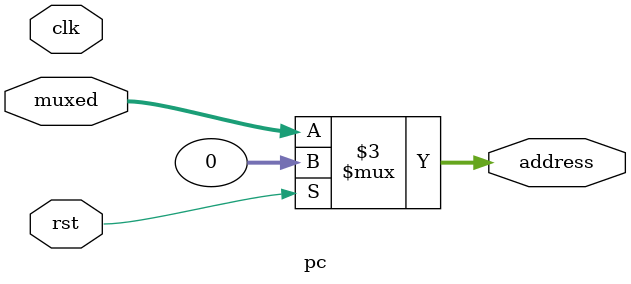
<source format=v>
module pc(muxed, address, clk, rst);
	input clk, rst;
	input [31:0] muxed;
	output reg [31:0] address;
	always@(*)begin
		if(rst)
			address = 32'd0;
		else
			address= muxed;
	end
endmodule


</source>
